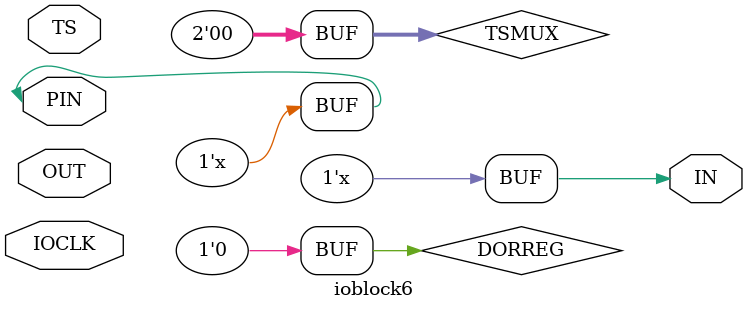
<source format=v>
module ioblock6(
	       inout  PIN,
	       input  TS,
	       input  OUT,
	       output IN,
	       input IOCLK
	       );
   
   reg 		     D;
   reg [2-1:0] 	     TSMUX;
   reg 		     DORREG;

   assign PIN = ( TSMUX == 2'b00 ) ? 1'bz : (( TSMUX == 2'b01 && TS == 1'b1 ) ? OUT : (( TSMUX == 2'b01 && TS == 1'b0 ) ? 1'bz : OUT));
   assign IN  = ( DORREG == 1'b0 ) ? PIN  : D;
   
   initial
     begin
	D=1'b0;
	TSMUX=2'b00;
	DORREG=1'b0;
     end
   
   always @(posedge IOCLK) D=PIN;
   
endmodule       

</source>
